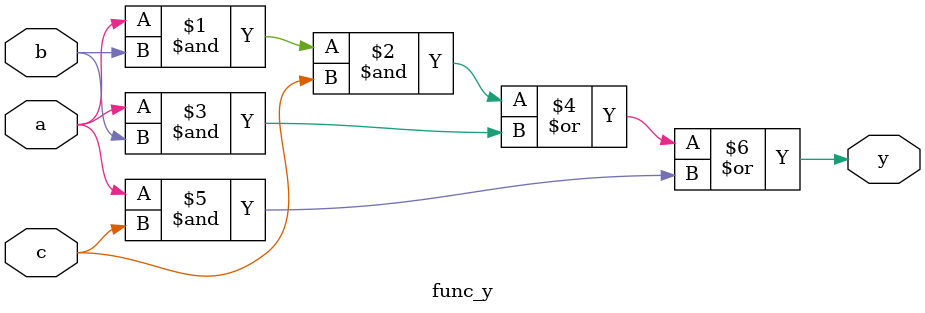
<source format=v>
`timescale 1ns / 1ps


module func_y(
    input a,
    input b,
    input c,
    output y
    );
    
    assign y= (a&b&c) | (a&b) | (a&c);
endmodule

</source>
